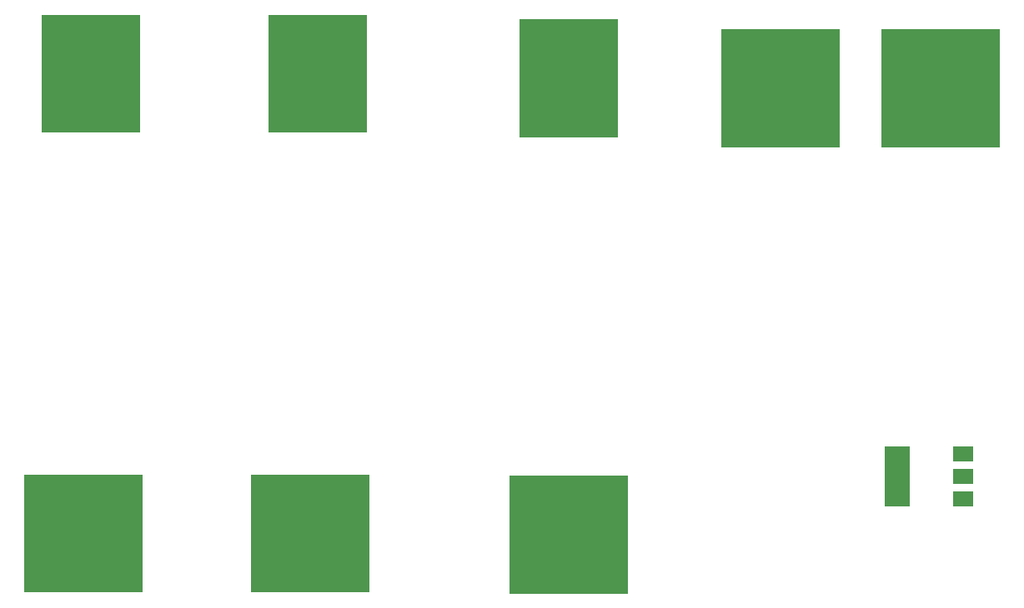
<source format=gtp>
G04*
G04 #@! TF.GenerationSoftware,Altium Limited,Altium Designer,24.8.2 (39)*
G04*
G04 Layer_Color=8421504*
%FSLAX44Y44*%
%MOMM*%
G71*
G04*
G04 #@! TF.SameCoordinates,2ADF9C04-DE7E-4385-BC50-A77D5B0DFB63*
G04*
G04*
G04 #@! TF.FilePolarity,Positive*
G04*
G01*
G75*
%ADD13R,2.5400X6.0960*%
%ADD14R,2.0320X1.5240*%
G36*
X87500Y627500D02*
Y747500D01*
X207500D01*
Y627500D01*
X87500D01*
D02*
G37*
G36*
X317500D02*
Y747500D01*
X437500D01*
Y627500D01*
X317500D01*
D02*
G37*
G36*
X105000Y1095000D02*
Y1215000D01*
X205000D01*
Y1095000D01*
X105000D01*
D02*
G37*
G36*
X335000D02*
Y1215000D01*
X435000D01*
Y1095000D01*
X335000D01*
D02*
G37*
G36*
X690000Y1090000D02*
X590000D01*
Y1210000D01*
X690000D01*
Y1090000D01*
D02*
G37*
G36*
X1078001Y1080216D02*
X958001D01*
Y1200216D01*
X1078001D01*
Y1080216D01*
D02*
G37*
G36*
X915000Y1080000D02*
X795000D01*
Y1200000D01*
X915000D01*
Y1080000D01*
D02*
G37*
G36*
X700458Y626476D02*
X580458D01*
Y746476D01*
X700458D01*
Y626476D01*
D02*
G37*
D13*
X973550Y745750D02*
D03*
D14*
X1040450Y768650D02*
D03*
Y745750D02*
D03*
Y722850D02*
D03*
M02*

</source>
